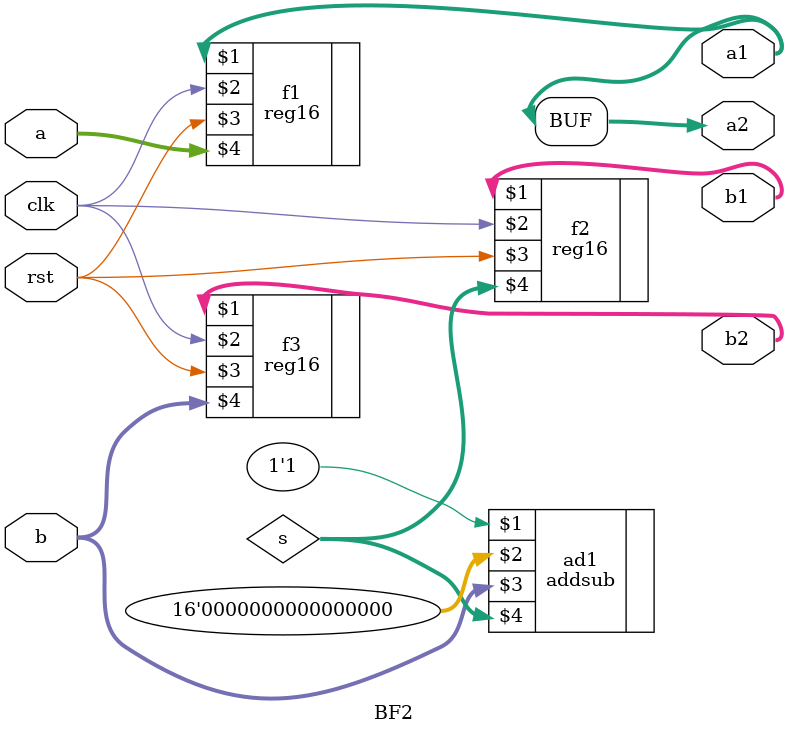
<source format=v>
`timescale 1ns / 1ps

module BF2(clk,rst,a,b,a1,a2,b1,b2);

input [15:0] a,b;
output [15:0] a1,a2,b1,b2;
input clk,rst;
wire [15:0] s;
parameter zro = 16'b0000000000000000;
reg16 f1(a1,clk,rst,a);
addsub ad1(1'b1,zro, b, s);
reg16 f2(b1,clk,rst,s);
reg16 f3(b2,clk,rst,b);
assign a2 = a1;

endmodule

</source>
